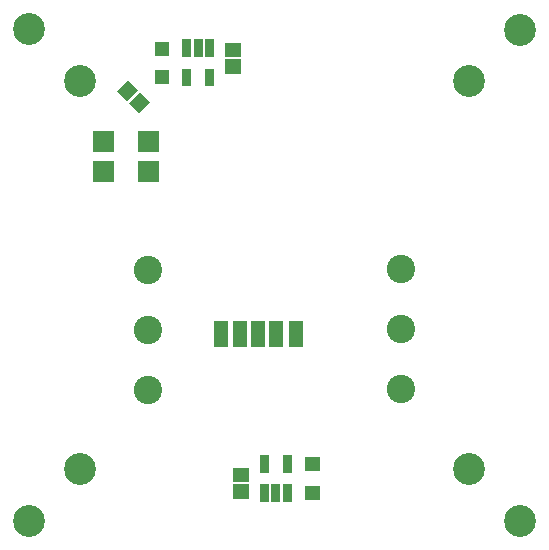
<source format=gbs>
G04 Layer: BottomSolderMaskLayer*
G04 EasyEDA v6.3.22, 2020-01-22T11:07:26+01:00*
G04 3ac4b1cc3e28459caadfcca9b74a0810,6ac03ef627a24f5ab7c901ca926ad83b,10*
G04 Gerber Generator version 0.2*
G04 Scale: 100 percent, Rotated: No, Reflected: No *
G04 Dimensions in millimeters *
G04 leading zeros omitted , absolute positions ,3 integer and 3 decimal *
%FSLAX33Y33*%
%MOMM*%
G90*
G71D02*

%ADD31C,2.703195*%
%ADD32C,2.403196*%

%LPD*%
G36*
G01X25442Y25897D02*
G01X25442Y28102D01*
G01X26646Y28102D01*
G01X26646Y25897D01*
G01X25442Y25897D01*
G37*
G36*
G01X27011Y25897D02*
G01X27011Y28102D01*
G01X28215Y28102D01*
G01X28215Y25897D01*
G01X27011Y25897D01*
G37*
G36*
G01X28492Y25897D02*
G01X28492Y28102D01*
G01X29696Y28102D01*
G01X29696Y25897D01*
G01X28492Y25897D01*
G37*
G36*
G01X30171Y25907D02*
G01X30171Y28112D01*
G01X31375Y28112D01*
G01X31375Y25907D01*
G01X30171Y25907D01*
G37*
G36*
G01X23862Y25897D02*
G01X23862Y28102D01*
G01X25066Y28102D01*
G01X25066Y25897D01*
G01X23862Y25897D01*
G37*
G54D31*
G01X8203Y11174D03*
G01X12539Y15541D03*
G01X49803Y11174D03*
G01X45469Y15541D03*
G01X45469Y48456D03*
G01X49803Y52774D03*
G01X12539Y48461D03*
G01X8200Y52801D03*
G54D32*
G01X18243Y32380D03*
G01X18243Y27300D03*
G01X18243Y22220D03*
G01X39733Y22309D03*
G01X39733Y27389D03*
G01X39733Y32469D03*
G36*
G01X13605Y42430D02*
G01X13605Y44208D01*
G01X15383Y44208D01*
G01X15383Y42430D01*
G01X13605Y42430D01*
G37*
G36*
G01X13605Y39890D02*
G01X13605Y41668D01*
G01X15383Y41668D01*
G01X15383Y39890D01*
G01X13605Y39890D01*
G37*
G36*
G01X17395Y39869D02*
G01X17395Y41647D01*
G01X19173Y41647D01*
G01X19173Y39869D01*
G01X17395Y39869D01*
G37*
G36*
G01X17395Y42409D02*
G01X17395Y44187D01*
G01X19173Y44187D01*
G01X19173Y42409D01*
G01X17395Y42409D01*
G37*
G36*
G01X25482Y13067D02*
G01X25482Y14271D01*
G01X26785Y14271D01*
G01X26785Y13067D01*
G01X25482Y13067D01*
G37*
G36*
G01X25482Y14467D02*
G01X25482Y15671D01*
G01X26785Y15671D01*
G01X26785Y14467D01*
G01X25482Y14467D01*
G37*
G36*
G01X29676Y12758D02*
G01X29676Y14261D01*
G01X30430Y14261D01*
G01X30430Y12758D01*
G01X29676Y12758D01*
G37*
G36*
G01X28726Y12758D02*
G01X28726Y14261D01*
G01X29480Y14261D01*
G01X29480Y12758D01*
G01X28726Y12758D01*
G37*
G36*
G01X27776Y12758D02*
G01X27776Y14261D01*
G01X28530Y14261D01*
G01X28530Y12758D01*
G01X27776Y12758D01*
G37*
G36*
G01X27776Y15257D02*
G01X27776Y16761D01*
G01X28530Y16761D01*
G01X28530Y15257D01*
G01X27776Y15257D01*
G37*
G36*
G01X29676Y15257D02*
G01X29676Y16761D01*
G01X30430Y16761D01*
G01X30430Y15257D01*
G01X29676Y15257D01*
G37*
G36*
G01X31591Y12968D02*
G01X31591Y14172D01*
G01X32795Y14172D01*
G01X32795Y12968D01*
G01X31591Y12968D01*
G37*
G36*
G01X31591Y15369D02*
G01X31591Y16570D01*
G01X32795Y16570D01*
G01X32795Y15369D01*
G01X31591Y15369D01*
G37*
G36*
G01X24832Y50449D02*
G01X24832Y51650D01*
G01X26135Y51650D01*
G01X26135Y50449D01*
G01X24832Y50449D01*
G37*
G36*
G01X24832Y49049D02*
G01X24832Y50250D01*
G01X26135Y50250D01*
G01X26135Y49049D01*
G01X24832Y49049D01*
G37*
G36*
G01X21187Y50459D02*
G01X21187Y51960D01*
G01X21939Y51960D01*
G01X21939Y50459D01*
G01X21187Y50459D01*
G37*
G36*
G01X22137Y50459D02*
G01X22137Y51960D01*
G01X22889Y51960D01*
G01X22889Y50459D01*
G01X22137Y50459D01*
G37*
G36*
G01X23087Y50459D02*
G01X23087Y51960D01*
G01X23839Y51960D01*
G01X23839Y50459D01*
G01X23087Y50459D01*
G37*
G36*
G01X23087Y47957D02*
G01X23087Y49461D01*
G01X23839Y49461D01*
G01X23839Y47957D01*
G01X23087Y47957D01*
G37*
G36*
G01X21187Y47957D02*
G01X21187Y49461D01*
G01X21939Y49461D01*
G01X21939Y47957D01*
G01X21187Y47957D01*
G37*
G36*
G01X18822Y50548D02*
G01X18822Y51752D01*
G01X20026Y51752D01*
G01X20026Y50548D01*
G01X18822Y50548D01*
G37*
G36*
G01X18822Y48147D02*
G01X18822Y49351D01*
G01X20026Y49351D01*
G01X20026Y48147D01*
G01X18822Y48147D01*
G37*
G36*
G01X16529Y46694D02*
G01X15678Y47545D01*
G01X16600Y48465D01*
G01X17451Y47614D01*
G01X16529Y46694D01*
G37*
G36*
G01X17517Y45704D02*
G01X16668Y46555D01*
G01X17588Y47477D01*
G01X18439Y46626D01*
G01X17517Y45704D01*
G37*
M00*
M02*

</source>
